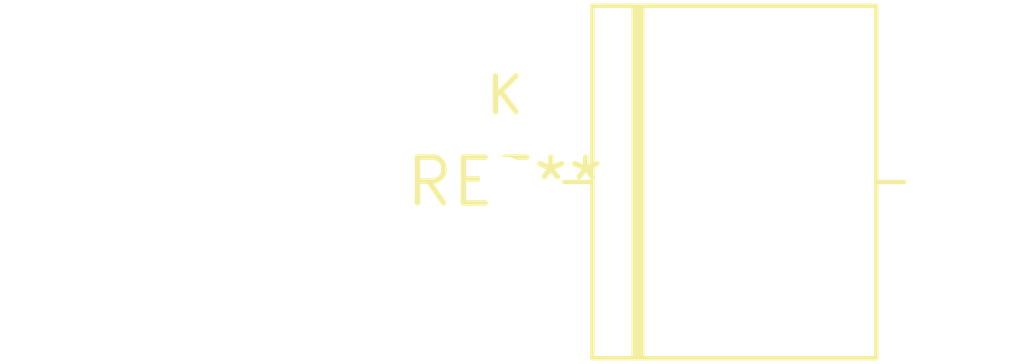
<source format=kicad_pcb>
(kicad_pcb (version 20240108) (generator pcbnew)
  (layers (0 "F.Cu" signal) (31 "B.Cu" signal) (34 "B.Paste" user) (35 "F.Paste" user) (36 "B.SilkS" user "B.Silkscreen") (37 "F.SilkS" user "F.Silkscreen") (38 "B.Mask" user) (39 "F.Mask" user) (44 "Edge.Cuts" user))
  (net 0 "")
  (footprint "D_5KP_P12.70mm_Horizontal" (layer "F.Cu") (at 0 0)
    (property "Reference" "REF**")
    (property "Value" "D_5KP_P12.70mm_Horizontal")
    (fp_line (start 1.64 0) (end 2.42 0) (layer "F.SilkS") (stroke (width 0.12)))
    (fp_line (start 2.42 -4.885) (end 2.42 4.885) (layer "F.SilkS") (stroke (width 0.12)))
    (fp_line (start 2.42 4.885) (end 10.28 4.885) (layer "F.SilkS") (stroke (width 0.12)))
    (fp_line (start 3.563 -4.885) (end 3.563 4.885) (layer "F.SilkS") (stroke (width 0.12)))
    (fp_line (start 3.683 -4.885) (end 3.683 4.885) (layer "F.SilkS") (stroke (width 0.12)))
    (fp_line (start 3.803 -4.885) (end 3.803 4.885) (layer "F.SilkS") (stroke (width 0.12)))
    (fp_line (start 10.28 -4.885) (end 2.42 -4.885) (layer "F.SilkS") (stroke (width 0.12)))
    (fp_line (start 10.28 4.885) (end 10.28 -4.885) (layer "F.SilkS") (stroke (width 0.12)))
    (fp_line (start 11.06 0) (end 10.28 0) (layer "F.SilkS") (stroke (width 0.12)))
    (fp_text user "K" (at 0 -2.4 0) (layer "F.SilkS"))
    (pad "1" thru_hole rect (at 0 0) (size 2.8 2.8) (drill 1.4) (layers *.Cu *.Mask) (remove_unused_layers))
    (pad "2" thru_hole oval (at 12.7 0) (size 2.8 2.8) (drill 1.4) (layers *.Cu *.Mask) (remove_unused_layers))
  )
)
</source>
